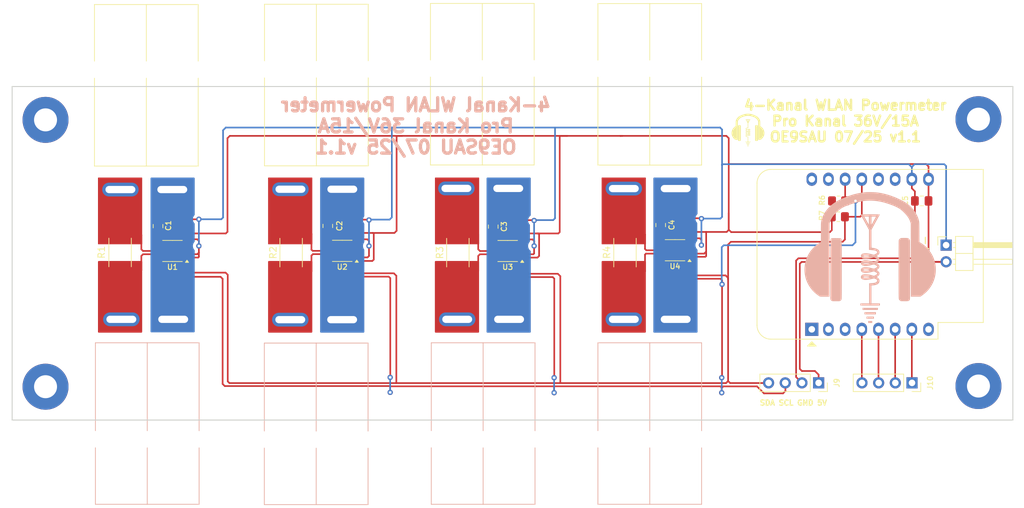
<source format=kicad_pcb>
(kicad_pcb (version 20240108) (generator "pcbnew") (generator_version "8.0")
  (layers (0 "F.Cu" signal) (31 "B.Cu" signal) (34 "B.Paste" user) (35 "F.Paste" user) (36 "B.SilkS" user "B.Silkscreen") (37 "F.SilkS" user "F.Silkscreen") (38 "B.Mask" user) (39 "F.Mask" user) (44 "Edge.Cuts" user))
  (net 0 "")
  (net 2 "Net-(J1-Pin_1)")
  (net 3 "+5V")
  (net 4 "GND")
  (net 5 "Net-(J2-Pin_1)")
  (net 6 "Net-(J9-Pin_4)")
  (net 7 "Net-(J9-Pin_3)")
  (net 9 "Net-(J3-Pin_1)")
  (net 10 "Net-(J4-Pin_1)")
  (net 11 "Net-(J5-Pin_1)")
  (net 12 "Net-(J6-Pin_1)")
  (net 13 "Net-(J7-Pin_1)")
  (net 14 "Net-(J8-Pin_1)")
  (net 15 "unconnected-(U4-~{Alert}-Pad3)")
  (net 20 "Net-(J10-Pin_3)")
  (net 23 "Net-(J10-Pin_1)")
  (net 24 "Net-(J10-Pin_2)")
  (net 25 "Net-(J10-Pin_4)")
  (net 26 "+3.3V")
  (net 29 "Net-(J1-Pin_2)")
  (net 30 "Net-(J3-Pin_2)")
  (net 31 "Net-(J5-Pin_2)")
  (net 32 "Net-(J7-Pin_2)")
  (footprint "Connector_Anderson:PowerPole_PP45_1336G1_1x2_Horizontal" (layer "F.Cu") (at 113.4999 79.1464)
    (property "Reference" "J3" (hide yes))
    (property "Value" "Conn_01x02")
  )
  (footprint "MountingHole:MountingHole_3.5mm_Pad" (layer "F.Cu") (at 76.2 68.58)
    (property "Reference" "H1" (hide yes))
    (property "Value" "MountingHole_Pad")
  )
  (footprint "Capacitor_SMD:C_0805_2012Metric_Pad1.18x1.45mm_HandSolder" (layer "F.Cu") (at 144.3863 84.8399 90)
    (property "Reference" "C3")
    (property "Value" "100nF")
  )
  (footprint "Connector_PinHeader_2.54mm:PinHeader_1x02_P2.54mm_Horizontal" (layer "F.Cu") (at 213.36 87.6554)
    (property "Reference" "J11" (hide yes))
    (property "Value" "Conn_01x02_Pin")
  )
  (footprint "Package_SO:VSSOP-10_3x3mm_P0.5mm" (layer "F.Cu") (at 95.5323 88.5444 180)
    (property "Reference" "U1")
    (property "Value" "INA226")
  )
  (footprint "Resistor_SMD:R_2512_6332Metric_Pad1.40x3.35mm_HandSolder" (layer "F.Cu") (at 87.5538 88.775 -90)
    (property "Reference" "R1")
    (property "Value" "R002")
  )
  (footprint "MountingHole:MountingHole_3.5mm_Pad" (layer "F.Cu") (at 218.2876 68.4784)
    (property "Reference" "H3" (hide yes))
    (property "Value" "MountingHole_Pad")
  )
  (footprint "Resistor_SMD:R_2512_6332Metric_Pad1.40x3.35mm_HandSolder" (layer "F.Cu") (at 164.4523 88.7984 -90)
    (property "Reference" "R4")
    (property "Value" "R002")
  )
  (footprint "LOGO" (layer "F.Cu") (at 183.1848 70.1294)
    (property "Reference" "G0" (hide yes))
    (property "Value" "LOGO" (hide yes))
  )
  (footprint "MountingHole:MountingHole_3.5mm_Pad" (layer "F.Cu") (at 76.2 109.22)
    (property "Reference" "H2" (hide yes))
    (property "Value" "MountingHole_Pad")
  )
  (footprint "Capacitor_SMD:C_0805_2012Metric_Pad1.18x1.45mm_HandSolder" (layer "F.Cu") (at 93.3323 84.7637 90)
    (property "Reference" "C1")
    (property "Value" "100nF")
  )
  (footprint "MountingHole:MountingHole_3.5mm_Pad" (layer "F.Cu") (at 218.2876 109.1184)
    (property "Reference" "H4" (hide yes))
    (property "Value" "MountingHole_Pad")
  )
  (footprint "Module:WEMOS_D1_mini_light" (layer "F.Cu") (at 192.9003 100.4824 90)
    (property "Reference" "U5" (hide yes))
    (property "Value" "WeMos_D1_mini")
  )
  (footprint "Resistor_SMD:R_0805_2012Metric_Pad1.20x1.40mm_HandSolder" (layer "F.Cu") (at 196.9803 80.9244)
    (property "Reference" "R6")
    (property "Value" "4k7")
  )
  (footprint "Resistor_SMD:R_2512_6332Metric_Pad1.40x3.35mm_HandSolder" (layer "F.Cu") (at 139.0015 88.8004 -90)
    (property "Reference" "R3")
    (property "Value" "R002")
  )
  (footprint "Capacitor_SMD:C_0805_2012Metric_Pad1.18x1.45mm_HandSolder" (layer "F.Cu") (at 119.1895 84.7344 90)
    (property "Reference" "C2")
    (property "Value" "100nF")
  )
  (footprint "Capacitor_SMD:C_0805_2012Metric_Pad1.18x1.45mm_HandSolder" (layer "F.Cu") (at 169.8879 84.6008 90)
    (property "Reference" "C4")
    (property "Value" "100nF")
  )
  (footprint "Package_SO:VSSOP-10_3x3mm_P0.5mm" (layer "F.Cu") (at 121.3895 88.5284 180)
    (property "Reference" "U2")
    (property "Value" "INA226")
  )
  (footprint "Connector_Anderson:PowerPole_PP45_1336G1_1x2_Horizontal" (layer "F.Cu") (at 138.7723 79.0194)
    (property "Reference" "J5" (hide yes))
    (property "Value" "Conn_01x02")
  )
  (footprint "Resistor_SMD:R_2512_6332Metric_Pad1.40x3.35mm_HandSolder" (layer "F.Cu") (at 113.6015 88.7964 -90)
    (property "Reference" "R2")
    (property "Value" "R002")
  )
  (footprint "Capacitor_SMD:C_0805_2012Metric_Pad1.18x1.45mm_HandSolder" (layer "F.Cu") (at 209.6428 80.9244 180)
    (property "Reference" "C5")
    (property "Value" "1uF")
  )
  (footprint "Connector_PinSocket_2.54mm:PinSocket_1x04_P2.54mm_Vertical" (layer "F.Cu") (at 193.9417 108.6358 -90)
    (property "Reference" "J9")
    (property "Value" "Conn_01x04_Socket")
  )
  (footprint "Resistor_SMD:R_0805_2012Metric_Pad1.20x1.40mm_HandSolder" (layer "F.Cu") (at 196.9483 83.3374)
    (property "Reference" "R7")
    (property "Value" "4k7")
  )
  (footprint "Connector_Anderson:PowerPole_PP45_1336G1_1x2_Horizontal" (layer "F.Cu") (at 87.6043 79.1944)
    (property "Reference" "J1" (hide yes))
    (property "Value" "Conn_01x02")
  )
  (footprint "Package_SO:VSSOP-10_3x3mm_P0.5mm" (layer "F.Cu") (at 146.5863 88.5524 180)
    (property "Reference" "U3")
    (property "Value" "INA226")
  )
  (footprint "Connector_PinSocket_2.54mm:PinSocket_1x04_P2.54mm_Vertical" (layer "F.Cu") (at 208.1657 108.6358 -90)
    (property "Reference" "J10")
    (property "Value" "Conn_01x04_Socket")
  )
  (footprint "Connector_Anderson:PowerPole_PP45_1336G1_1x2_Horizontal" (layer "F.Cu") (at 164.2739 79.0448)
    (property "Reference" "J7" (hide yes))
    (property "Value" "Conn_01x02")
  )
  (footprint "Package_SO:VSSOP-10_3x3mm_P0.5mm" (layer "F.Cu") (at 172.0723 88.4334 180)
    (property "Reference" "U4")
    (property "Value" "INA226")
  )
  (footprint "Connector_Anderson:PowerPole_PP45_1336G1_1x2_Horizontal" (layer "B.Cu") (at 138.8993 98.9584)
    (property "Reference" "J6" (hide yes))
    (property "Value" "Conn_01x02")
  )
  (footprint "LOGO" (layer "B.Cu") (at 201.7903 89.5374 180)
    (property "Reference" "G1" (hide yes))
    (property "Value" "LOGO" (hide yes))
  )
  (footprint "Connector_Anderson:PowerPole_PP45_1336G1_1x2_Horizontal" (layer "B.Cu") (at 113.4739 99.0092)
    (property "Reference" "J4" (hide yes))
    (property "Value" "Conn_01x02")
  )
  (footprint "Connector_Anderson:PowerPole_PP45_1336G1_1x2_Horizontal" (layer "B.Cu") (at 87.7443 98.9584)
    (property "Reference" "J2" (hide yes))
    (property "Value" "Conn_01x02")
  )
  (footprint "Connector_Anderson:PowerPole_PP45_1336G1_1x2_Horizontal" (layer "B.Cu") (at 164.2739 98.9584)
    (property "Reference" "J8" (hide yes))
    (property "Value" "Conn_01x02")
  )
  (gr_line (start 223.52 63.5) (end 71.12 63.5) (stroke (width 0.15)) (layer "Edge.Cuts"))
  (gr_line (start 223.52 114.3) (end 223.52 63.5) (stroke (width 0.15)) (layer "Edge.Cuts"))
  (gr_line (start 71.12 63.5) (end 71.12 114.3) (stroke (width 0.15)) (layer "Edge.Cuts"))
  (gr_line (start 71.12 114.3) (end 223.52 114.3) (stroke (width 0.15)) (layer "Edge.Cuts"))
  (gr_text "4-Kanal WLAN Powermeter\nPro Kanal 36V/15A\nOE9SAU 07/25 v1.1" (at 132.588 73.914 0) (layer "B.SilkS") (effects (font (size 2 2) (thickness 0.5) (bold yes)) (justify bottom mirror)))
  (gr_text "4-Kanal WLAN Powermeter\nPro Kanal 36V/15A\nOE9SAU 07/25 v1.1" (at 198.0184 72.0598 0) (layer "F.SilkS") (effects (font (size 1.5 1.5) (thickness 0.375) (bold yes)) (justify bottom)))
  (gr_text "+5V-" (at 210.82 88.773 90) (layer "F.SilkS") (effects (font (size 1.2 1.2) (thickness 0.2) (bold yes)) (justify bottom)))
  (gr_text "SDA SCL GND 5V" (at 190.1063 112.141 0) (layer "F.SilkS") (effects (font (size 0.8 0.8) (thickness 0.2) (bold yes)) (justify bottom)))
  (segment (start 91.0463 88.5444) (end 90.7923 88.2904) (width 0.25) (layer "F.Cu") (net 2))
  (segment (start 90.7923 88.2904) (end 90.7923 86.1314) (width 0.25) (layer "F.Cu") (net 2))
  (segment (start 94.6023 88.7984) (end 94.6023 89.3064) (width 0.25) (layer "F.Cu") (net 2))
  (segment (start 90.4093 85.7484) (end 87.7443 85.7484) (width 0.25) (layer "F.Cu") (net 2))
  (segment (start 94.3483 88.5444) (end 94.6023 88.7984) (width 0.25) (layer "F.Cu") (net 2))
  (segment (start 94.6023 89.3064) (end 94.3643 89.5444) (width 0.25) (layer "F.Cu") (net 2))
  (segment (start 90.7923 86.1314) (end 90.4093 85.7484) (width 0.25) (layer "F.Cu") (net 2))
  (segment (start 93.3323 88.5444) (end 91.0463 88.5444) (width 0.25) (layer "F.Cu") (net 2))
  (segment (start 93.3323 88.5444) (end 94.3483 88.5444) (width 0.25) (layer "F.Cu") (net 2))
  (segment (start 90.17 79.69) (end 90.03 79.55) (width 0.25) (layer "F.Cu") (net 2))
  (segment (start 94.3643 89.5444) (end 93.3323 89.5444) (width 0.25) (layer "F.Cu") (net 2))
  (segment (start 103.9114 85.6234) (end 103.6574 85.8774) (width 0.25) (layer "F.Cu") (net 3))
  (segment (start 163.7411 71.0184) (end 104.267 71.0184) (width 0.25) (layer "F.Cu") (net 3))
  (segment (start 180.2511 85.3059) (end 180.2511 82.7971) (width 0.25) (layer "F.Cu") (net 3))
  (segment (start 195.9483 83.3374) (end 195.9483 85.3821) (width 0.25) (layer "F.Cu") (net 3))
  (segment (start 191.0715 90.5002) (end 191.3509 90.2208) (width 0.25) (layer "F.Cu") (net 3))
  (segment (start 129.3368 85.8012) (end 119.5451 85.8012) (width 0.25) (layer "F.Cu") (net 3))
  (segment (start 180.2511 75.3364) (end 180.2511 71.374) (width 0.25) (layer "F.Cu") (net 3))
  (segment (start 155.6893 71.0184) (end 154.7114 71.0184) (width 0.25) (layer "F.Cu") (net 3))
  (segment (start 104.267 71.0184) (end 103.9114 71.374) (width 0.25) (layer "F.Cu") (net 3))
  (segment (start 180.2511 85.344) (end 180.2511 82.7971) (width 0.25) (layer "F.Cu") (net 3))
  (segment (start 193.3829 106.8324) (end 191.4017 106.8324) (width 0.25) (layer "F.Cu") (net 3))
  (segment (start 130.5433 71.0184) (end 129.8702 71.0184) (width 0.25) (layer "F.Cu") (net 3))
  (segment (start 195.9803 83.3054) (end 195.9483 83.3374) (width 0.25) (layer "F.Cu") (net 3))
  (segment (start 195.6562 85.6742) (end 180.6194 85.6742) (width 0.25) (layer "F.Cu") (net 3))
  (segment (start 176.5126 88.9508) (end 176.8174 88.646) (width 0.25) (layer "F.Cu") (net 3))
  (segment (start 122.2883 89.8144) (end 122.5423 90.0684) (width 0.25) (layer "F.Cu") (net 3))
  (segment (start 148.7863 89.5524) (end 151.1253 89.5524) (width 0.25) (layer "F.Cu") (net 3))
  (segment (start 125.9713 90.0684) (end 126.1883 89.8514) (width 0.25) (layer "F.Cu") (net 3))
  (segment (start 144.3863 85.8774) (end 144.3863 87.5524) (width 0.25) (layer "F.Cu") (net 3))
  (segment (start 154.5082 71.0184) (end 154.5082 85.6742) (width 0.25) (layer "F.Cu") (net 3))
  (segment (start 169.8879 87.3604) (end 169.8723 87.376) (width 0.25) (layer "F.Cu") (net 3))
  (segment (start 164.0713 71.0184) (end 163.7411 71.0184) (width 0.25) (layer "F.Cu") (net 3))
  (segment (start 209.55 90.2208) (end 213.3346 90.2208) (width 0.25) (layer "F.Cu") (net 3))
  (segment (start 213.3346 90.2208) (end 213.36 90.1954) (width 0.25) (layer "F.Cu") (net 3))
  (segment (start 193.9417 108.6358) (end 193.9417 107.3912) (width 0.25) (layer "F.Cu") (net 3))
  (segment (start 169.8879 85.6383) (end 169.8984 85.6488) (width 0.25) (layer "F.Cu") (net 3))
  (segment (start 191.3509 90.2208) (end 209.55 90.2208) (width 0.25) (layer "F.Cu") (net 3))
  (segment (start 123.5895 89.0284) (end 122.5663 89.0284) (width 0.25) (layer "F.Cu") (net 3))
  (segment (start 119.4065 86.0068) (end 119.1895 86.2238) (width 0.25) (layer "F.Cu") (net 3))
  (segment (start 191.0715 106.5022) (end 191.0715 90.5002) (width 0.25) (layer "F.Cu") (net 3))
  (segment (start 169.8984 85.6488) (end 179.9463 85.6488) (width 0.25) (layer "F.Cu") (net 3))
  (segment (start 103.9114 71.374) (end 103.9114 85.6234) (width 0.25) (layer "F.Cu") (net 3))
  (segment (start 179.9463 85.6488) (end 180.2511 85.344) (width 0.25) (layer "F.Cu") (net 3))
  (segment (start 154.305 85.8774) (end 151.0411 85.8774) (width 0.25) (layer "F.Cu") (net 3))
  (segment (start 210.6803 80.9244) (end 210.6803 89.7763) (width 0.25) (layer "F.Cu") (net 3))
  (segment (start 174.3405 89.4334) (end 176.6951 89.4334) (width 0.25) (layer "F.Cu") (net 3))
  (segment (start 180.2765 75.311) (end 180.2511 75.3364) (width 0.25) (layer "F.Cu") (net 3))
  (segment (start 179.8955 71.0184) (end 163.7411 71.0184) (width 0.25) (layer "F.Cu") (net 3))
  (segment (start 193.9417 107.3912) (end 193.3829 106.8324) (width 0.25) (layer "F.Cu") (net 3))
  (segment (start 210.312 75.311) (end 180.2765 75.311) (width 0.25) (layer "F.Cu") (net 3))
  (segment (start 122.5423 90.0684) (end 125.9713 90.0684) (width 0.25) (layer "F.Cu") (net 3))
  (segment (start 151.2443 85.8774) (end 144.8943 85.8774) (width 0.25) (layer "F.Cu") (net 3))
  (segment (start 169.8879 85.6383) (end 169.8879 87.3604) (width 0.25) (layer "F.Cu") (net 3))
  (segment (start 210.6803 75.6793) (end 210.312 75.311) (width 0.25) (layer "F.Cu") (net 3))
  (segment (start 195.9483 85.3821) (end 195.6562 85.6742) (width 0.25) (layer "F.Cu") (net 3))
  (segment (start 176.6951 89.4334) (end 176.8174 89.3111) (width 0.25) (layer "F.Cu") (net 3))
  (segment (start 176.8174 89.3111) (end 176.8174 88.646) (width 0.25) (layer "F.Cu") (net 3))
  (segment (start 180.2511 71.374) (end 179.8955 71.0184) (width 0.25) (layer "F.Cu") (net 3))
  (segment (start 103.6574 85.8774) (end 93.7133 85.8774) (width 0.25) (layer "F.Cu") (net 3))
  (segment (start 122.2883 89.3064) (end 122.2883 89.8144) (width 0.25) (layer "F.Cu") (net 3))
  (segment (start 151.3713 89.3064) (end 151.3713 86.0044) (width 0.25) (layer "F.Cu") (net 3))
  (segment (start 174.3471 88.9508) (end 176.5126 88.9508) (width 0.25) (layer "F.Cu") (net 3))
  (segment (start 191.4017 106.8324) (end 191.0715 106.5022) (width 0.25) (layer "F.Cu") (net 3))
  (segment (start 129.667 85.471) (end 129.3368 85.8012) (width 0.25) (layer "F.Cu") (net 3))
  (segment (start 180.2511 82.7971) (end 180.2511 75.3364) (width 0.25) (layer "F.Cu") (net 3))
  (segment (start 154.5082 85.6742) (end 154.305 85.8774) (width 0.25) (layer "F.Cu") (net 3))
  (segment (start 151.1253 89.5524) (end 151.3713 89.3064) (width 0.25) (layer "F.Cu") (net 3))
  (segment (start 209.55 90.2208) (end 210.2739 90.2208) (width 0.25) (layer "F.Cu") (net 3))
  (segment (start 176.8174 88.646) (end 176.8174 85.6695) (width 0.25) (layer "F.Cu") (net 3))
  (segment (start 195.9803 80.9244) (end 195.9803 83.3054) (width 0.25) (layer "F.Cu") (net 3))
  (segment (start 210.6803 89.7763) (end 211.0994 90.1954) (width 0.25) (layer "F.Cu") (net 3))
  (segment (start 176.8174 85.6695) (end 176.7967 85.6488) (width 0.25) (layer "F.Cu") (net 3))
  (segment (start 210.6803 77.6224) (end 210.6803 80.9244) (width 0.25) (layer "F.Cu") (net 3))
  (segment (start 180.6194 85.6742) (end 180.2511 85.3059) (width 0.25) (layer "F.Cu") (net 3))
  (segment (start 129.667 71.0184) (end 129.667 85.471) (width 0.25) (layer "F.Cu") (net 3))
  (segment (start 93.7133 85.8774) (end 93.3323 86.2584) (width 0.25) (layer "F.Cu") (net 3))
  (segment (start 151.3713 86.0044) (end 151.2443 85.8774) (width 0.25) (layer "F.Cu") (net 3))
  (segment (start 211.0994 90.1954) (end 213.36 90.1954) (width 0.25) (layer "F.Cu") (net 3))
  (segment (start 119.1895 86.2238) (end 119.1895 87.5098) (width 0.25) (layer "F.Cu") (net 3))
  (segment (start 126.1883 89.8514) (end 126.1883 85.942) (width 0.25) (layer "F.Cu") (net 3))
  (segment (start 126.0475 85.8012) (end 125.9967 85.8012) (width 0.25) (layer "F.Cu") (net 3))
  (segment (start 122.5663 89.0284) (end 122.2883 89.3064) (width 0.25) (layer "F.Cu") (net 3))
  (segment (start 169.8723 86.1431) (end 169.8879 86.1275) (width 0.25) (layer "F.Cu") (net 3))
  (segment (start 210.6803 77.6224) (end 210.6803 75.6793) (width 0.25) (layer "F.Cu") (net 3))
  (segment (start 93.3323 86.2584) (end 93.3323 87.5444) (width 0.25) (layer "F.Cu") (net 3))
  (segment (start 170.9307 87.9334) (end 171.0817 87.7824) (width 0.25) (layer "F.Cu") (net 4))
  (segment (start 119.2403 83.777) (end 125.3363 83.777) (width 0.25) (layer "F.Cu") (net 4))
  (segment (start 120.4087 87.884) (end 120.4087 87.0291) (width 0.25) (layer "F.Cu") (net 4))
  (segment (start 99.5553 88.7984) (end 99.5553 87.7824) (width 0.25) (layer "F.Cu") (net 4))
  (segment (start 150.4823 89.0524) (end 150.6093 88.9254) (width 0.25) (layer "F.Cu") (net 4))
  (segment (start 169.9039 87.9334) (end 170.9307 87.9334) (width 0.25) (layer "F.Cu") (net 4))
  (segment (start 94.5515 87.9348) (end 94.5515 86.9188) (width 0.25) (layer "F.Cu") (net 4))
  (segment (start 190.8683 89.662) (end 190.5127 90.0176) (width 0.25) (layer "F.Cu") (net 4))
  (segment (start 125.218 86.7751) (end 125.4633 87.0204) (width 0.25) (layer "F.Cu") (net 4))
  (segment (start 99.3093 89.0444) (end 99.5553 88.7984) (width 0.25) (layer "F.Cu") (net 4))
  (segment (start 176.0855 86.868) (end 176.0855 87.63) (width 0.25) (layer "F.Cu") (net 4))
  (segment (start 208.1403 79.0067) (end 208.6053 79.4717) (width 0.25) (layer "F.Cu") (net 4))
  (segment (start 120.2396 88.0531) (end 120.4087 87.884) (width 0.25) (layer "F.Cu") (net 4))
  (segment (start 150.6347 87.0458) (end 150.6347 87.8078) (width 0.25) (layer "F.Cu") (net 4))
  (segment (start 94.5515 86.9188) (end 94.7039 86.7664) (width 0.25) (layer "F.Cu") (net 4))
  (segment (start 94.7039 86.7664) (end 99.3013 86.7664) (width 0.25) (layer "F.Cu") (net 4))
  (segment (start 171.2341 86.614) (end 175.8315 86.614) (width 0.25) (layer "F.Cu") (net 4))
  (segment (start 144.3863 83.8532) (end 150.4823 83.8532) (width 0.25) (layer "F.Cu") (net 4))
  (segment (start 120.6627 86.7751) (end 125.218 86.7751) (width 0.25) (layer "F.Cu") (net 4))
  (segment (start 99.3013 86.7664) (end 99.5553 87.0204) (width 0.25) (layer "F.Cu") (net 4))
  (segment (start 125.4633 87.0204) (end 125.4633 87.7824) (width 0.25) (layer "F.Cu") (net 4))
  (segment (start 119.1387 88.0531) (end 120.2396 88.0531) (width 0.25) (layer "F.Cu") (net 4))
  (segment (start 171.0817 87.7824) (end 171.0817 86.7664) (width 0.25) (layer "F.Cu") (net 4))
  (segment (start 94.4419 88.0444) (end 94.5515 87.9348) (width 0.25) (layer "F.Cu") (net 4))
  (segment (start 145.5213 88.0698) (end 145.6309 87.9602) (width 0.25) (layer "F.Cu") (net 4))
  (segment (start 176.0416 83.566) (end 176.0924 83.6168) (width 0.25) (layer "F.Cu") (net 4))
  (segment (start 97.7323 89.5444) (end 99.4443 89.5444) (width 0.25) (layer "F.Cu") (net 4))
  (segment (start 208.6053 79.4717) (end 208.6053 80.9244) (width 0.25) (layer "F.Cu") (net 4))
  (segment (start 190.5127 107.7468) (end 191.4017 108.6358) (width 0.25) (layer "F.Cu") (net 4))
  (segment (start 208.3181 89.662) (end 190.8683 89.662) (width 0.25) (layer "F.Cu") (net 4))
  (segment (start 99.4443 89.5444) (end 99.5553 89.4334) (width 0.25) (layer "F.Cu") (net 4))
  (segment (start 208.6053 89.3748) (end 208.3181 89.662) (width 0.25) (layer "F.Cu") (net 4))
  (segment (start 125.4633 87.7824) (end 125.4633 89.3064) (width 0.25) (layer "F.Cu") (net 4))
  (segment (start 99.5553 87.0204) (end 99.5553 87.7824) (width 0.25) (layer "F.Cu") (net 4))
  (segment (start 171.0817 86.7664) (end 171.2341 86.614) (width 0.25) (layer "F.Cu") (net 4))
  (segment (start 208.1403 77.6224) (end 208.1403 79.0067) (width 0.25) (layer "F.Cu") (net 4))
  (segment (start 125.2413 89.5284) (end 123.5895 89.5284) (width 0.25) (layer "F.Cu") (net 4))
  (segment (start 150.6093 88.9254) (end 150.6093 87.7824) (width 0.25) (layer "F.Cu") (net 4))
  (segment (start 208.6053 80.9244) (end 208.6053 89.3748) (width 0.25) (layer "F.Cu") (net 4))
  (segment (start 120.4087 87.0291) (end 120.6627 86.7751) (width 0.25) (layer "F.Cu") (net 4))
  (segment (start 93.3323 88.0444) (end 94.4419 88.0444) (width 0.25) (layer "F.Cu") (net 4))
  (segment (start 175.8315 86.614) (end 176.0855 86.868) (width 0.25) (layer "F.Cu") (net 4))
  (segment (start 150.3807 86.7918) (end 150.6347 87.0458) (width 0.25) (layer "F.Cu") (net 4))
  (segment (start 99.5553 89.4334) (end 99.5553 88.7984) (width 0.25) (layer "F.Cu") (net 4))
  (segment (start 145.6309 87.9602) (end 145.6309 86.9442) (width 0.25) (layer "F.Cu") (net 4))
  (segment (start 169.8879 83.5633) (end 169.8906 83.566) (width 0.25) (layer "F.Cu") (net 4))
  (segment (start 93.3323 83.7262) (end 99.4283 83.7262) (width 0.25) (layer "F.Cu") (net 4))
  (segment (start 145.6309 86.9442) (end 145.7833 86.7918) (width 0.25) (layer "F.Cu") (net 4))
  (segment (start 144.4117 88.0698) (end 145.5213 88.0698) (width 0.25) (layer "F.Cu") (net 4))
  (segment (start 125.4633 89.3064) (end 125.2413 89.5284) (width 0.25) (layer "F.Cu") (net 4))
  (segment (start 169.8906 83.566) (end 176.0416 83.566) (width 0.25) (layer "F.Cu") (net 4))
  (segment (start 190.5127 90.0176) (end 190.5127 107.7468) (width 0.25) (layer "F.Cu") (net 4))
  (segment (start 97.7323 89.0444) (end 99.3093 89.0444) (width 0.25) (layer "F.Cu") (net 4))
  (segment (start 145.7833 86.7918) (end 150.3807 86.7918) (width 0.25) (layer "F.Cu") (net 4))
  (segment (start 148.7863 89.0524) (end 150.4823 89.0524) (width 0.25) (layer "F.Cu") (net 4))
  (via (at 176.0924 87.6554) (size 0.8) (drill 0.4) (layers "F.Cu" "B.Cu") (net 4))
  (via (at 176.0924 83.6168) (size 0.8) (drill 0.4) (layers "F.Cu" "B.Cu") (net 4))
  (via (at 99.5553 83.7184) (size 0.8) (drill 0.4) (layers "F.Cu" "B.Cu") (net 4))
  (via (at 125.4633 83.8278) (size 0.8) (drill 0.4) (layers "F.Cu" "B.Cu") (net 4))
  (via (at 99.5553 87.7824) (size 0.8) (drill 0.4) (layers "F.Cu" "B.Cu") (net 4))
  (via (at 150.6093 83.904) (size 0.8) (drill 0.4) (layers "F.Cu" "B.Cu") (net 4))
  (via (at 150.6093 87.7824) (size 0.8) (drill 0.4) (layers "F.Cu" "B.Cu") (net 4))
  (via (at 125.4633 87.7824) (size 0.8) (drill 0.4) (layers "F.Cu" "B.Cu") (net 4))
  (segment (start 176.0924 83.6168) (end 178.9811 83.6168) (width 0.25) (layer "B.Cu") (net 4))
  (segment (start 99.5553 83.7184) (end 99.5553 87.7824) (width 0.25) (layer "B.Cu") (net 4))
  (segment (start 153.5176 83.8454) (end 153.797 83.566) (width 0.25) (layer "B.Cu") (net 4))
  (segment (start 128.9431 83.4263) (end 128.9431 69.7484) (width 0.25) (layer "B.Cu") (net 4))
  (segment (start 153.797 83.566) (end 153.797 69.9135) (width 0.25) (layer "B.Cu") (net 4))
  (segment (start 128.6002 83.7692) (end 128.9431 83.4263) (width 0.25) (layer "B.Cu") (net 4))
  (segment (start 125.6489 83.7184) (end 125.4633 83.904) (width 0.25) (layer "B.Cu") (net 4))
  (segment (start 176.0924 84.1248) (end 176.0924 83.6168) (width 0.25) (layer "B.Cu") (net 4))
  (segment (start 125.2601 83.7692) (end 128.6002 83.7692) (width 0.25) (layer "B.Cu") (net 4))
  (segment (start 208.5594 75.3364) (end 213.0806 75.3364) (width 0.25) (layer "B.Cu") (net 4))
  (segment (start 179.2351 75.4634) (end 179.2351 70.0532) (width 0.25) (layer "B.Cu") (net 4))
  (segment (start 150.6093 87.9094) (end 150.6093 83.8454) (width 0.25) (layer "B.Cu") (net 4))
  (segment (start 178.9303 69.7484) (end 103.6574 69.7484) (width 0.25) (layer "B.Cu") (net 4))
  (segment (start 102.9716 83.7184) (end 99.5553 83.7184) (width 0.25) (layer "B.Cu") (net 4))
  (segment (start 178.9811 83.6168) (end 179.2351 83.3628) (width 0.25) (layer "B.Cu") (net 4))
  (segment (start 150.4061 83.8454) (end 153.5176 83.8454) (width 0.25) (layer "B.Cu") (net 4))
  (segment (start 213.0806 75.3364) (end 213.36 75.6158) (width 0.25) (layer "B.Cu") (net 4))
  (segment (start 125.4633 87.9094) (end 125.4633 83.8454) (width 0.25) (layer "B.Cu") (net 4))
  (segment (start 179.2859 75.3364) (end 179.2351 75.3872) (width 0.25) (layer "B.Cu") (net 4))
  (segment (start 103.2383 83.4517) (end 102.9716 83.7184) (width 0.25) (layer "B.Cu") (net 4))
  (segment (start 208.1403 75.7936) (end 208.1403 75.7555) (width 0.25) (layer "B.Cu") (net 4))
  (segment (start 103.2383 70.1675) (end 103.2383 83.4517) (width 0.25) (layer "B.Cu") (net 4))
  (segment (start 176.0924 83.6168) (end 176.0924 87.6554) (width 0.25) (layer "B.Cu") (net 4))
  (segment (start 213.36 75.6158) (end 213.36 87.6554) (width 0.25) (layer "B.Cu") (net 4))
  (segment (start 179.2351 83.3628) (end 179.2351 75.4634) (width 0.25) (layer "B.Cu") (net 4))
  (segment (start 179.2351 70.0532) (end 178.9303 69.7484) (width 0.25) (layer "B.Cu") (net 4))
  (segment (start 103.6574 69.7484) (end 103.2383 70.1675) (width 0.25) (layer "B.Cu") (net 4))
  (segment (start 207.6831 75.3364) (end 179.2859 75.3364) (width 0.25) (layer "B.Cu") (net 4))
  (segment (start 208.1403 77.6224) (end 208.1403 75.7936) (width 0.25) (layer "B.Cu") (net 4))
  (segment (start 208.1403 75.7555) (end 208.5594 75.3364) (width 0.25) (layer "B.Cu") (net 4))
  (segment (start 179.2351 75.3872) (end 179.2351 75.4634) (width 0.25) (layer "B.Cu") (net 4))
  (segment (start 208.1403 75.7936) (end 207.6831 75.3364) (width 0.25) (layer "B.Cu") (net 4))
  (segment (start 90.7923 91.4654) (end 90.7923 89.3064) (width 0.25) (layer "F.Cu") (net 5))
  (segment (start 90.4093 91.8484) (end 90.7923 91.4654) (width 0.25) (layer "F.Cu") (net 5))
  (segment (start 87.7443 91.8484) (end 90.4093 91.8484) (width 0.25) (layer "F.Cu") (net 5))
  (segment (start 91.0543 89.0444) (end 93.3323 89.0444) (width 0.25) (layer "F.Cu") (net 5))
  (segment (start 90.7923 89.3064) (end 91.0543 89.0444) (width 0.25) (layer "F.Cu") (net 5))
  (segment (start 146.8311 88.0808) (end 148.6991 88.0808) (width 0.25) (layer "F.Cu") (net 6))
  (segment (start 154.6043 108.6104) (end 154.6043 92.398) (width 0.25) (layer "F.Cu") (net 6))
  (segment (start 172.4715 92.271) (end 172.2065 92.006) (width 0.25) (layer "F.Cu") (net 6))
  (segment (start 197.9483 83.3374) (end 197.9483 86.7984) (width 0.25) (layer "F.Cu") (net 6))
  (segment (start 180.5813 87.1474) (end 180.1567 87.572) (width 0.25) (layer "F.Cu") (net 6))
  (segment (start 104.2107 108.6684) (end 103.9495 108.4072) (width 0.25) (layer "F.Cu") (net 6))
  (segment (start 95.8723 88.4174) (end 96.2453 88.0444) (width 0.25) (layer "F.Cu") (net 6))
  (segment (start 129.6289 92.329) (end 129.2479 91.948) (width 0.25) (layer "F.Cu") (net 6))
  (segment (start 146.6541 88.2578) (end 146.8311 88.0808) (width 0.25) (layer "F.Cu") (net 6))
  (segment (start 129.6035 108.6684) (end 104.2107 108.6684) (width 0.25) (layer "F.Cu") (net 6))
  (segment (start 146.6541 91.7774) (end 146.6541 88.2578) (width 0.25) (layer "F.Cu") (net 6))
  (segment (start 95.8723 91.694) (end 95.8723 88.4174) (width 0.25) (layer "F.Cu") (net 6))
  (segment (start 197.9483 86.7984) (end 197.5993 87.1474) (width 0.25) (layer "F.Cu") (net 6))
  (segment (start 200.5203 77.6224) (end 200.5203 83.0834) (width 0.25) (layer "F.Cu") (net 6))
  (segment (start 200.2663 83.3374) (end 197.9483 83.3374) (width 0.25) (layer "F.Cu") (net 6))
  (segment (start 121.9073 91.948) (end 121.6787 91.7194) (width 0.25) (layer "F.Cu") (net 6))
  (segment (start 129.2479 91.948) (end 121.9073 91.948) (width 0.25) (layer "F.Cu") (net 6))
  (segment (start 180.4615 108.6612) (end 186.0169 108.6612) (width 0.25) (layer "F.Cu") (net 6))
  (segment (start 121.6787 88.1888) (end 121.8557 88.0118) (width 0.25) (layer "F.Cu") (net 6))
  (segment (start 129.6289 108.643) (end 129.6289 92.329) (width 0.25) (layer "F.Cu") (net 6))
  (segment (start 180.1567 108.3564) (end 180.1567 92.8624) (width 0.25) (layer "F.Cu") (net 6))
  (segment (start 154.6043 92.398) (end 154.2233 92.017) (width 0.25) (layer "F.Cu") (net 6))
  (segment (start 180.1567 87.572) (end 180.1567 92.8624) (width 0.25) (layer "F.Cu") (net 6))
  (segment (start 180.1567 108.3564) (end 180.4615 108.6612) (width 0.25) (layer "F.Cu") (net 6))
  (segment (start 103.9495 108.4072) (end 103.9495 92.1766) (width 0.25) (layer "F.Cu") (net 6))
  (segment (start 154.5463 108.6684) (end 154.6043 108.6104) (width 0.25) (layer "F.Cu") (net 6))
  (segment (start 179.8447 108.6684) (end 179.9372 108.5759) (width 0.25) (layer "F.Cu") (net 6))
  (segment (start 180.1567 92.652) (end 179.7757 92.271) (width 0.25) (layer "F.Cu") (net 6))
  (segment (start 129.6035 108.6684) (end 179.8447 108.6684) (width 0.25) (layer "F.Cu") (net 6))
  (segment (start 172.2065 92.006) (end 172.2065 88.207) (width 0.25) (layer "F.Cu") (net 6))
  (segment (start 96.0247 91.8464) (end 95.8723 91.694) (width 0.25) (layer "F.Cu") (net 6))
  (segment (start 172.4801 87.9334) (end 174.2723 87.9334) (width 0.25) (layer "F.Cu") (net 6))
  (segment (start 129.6035 108.6684) (end 129.6289 108.643) (width 0.25) (layer "F.Cu") (net 6))
  (segment (start 96.2453 88.0444) (end 97.7323 88.0444) (width 0.25) (layer "F.Cu") (net 6))
  (segment (start 186.0169 108.6612) (end 186.3471 108.9914) (width 0.25) (layer "F.Cu") (net 6))
  (segment (start 179.7757 92.271) (end 172.4715 92.271) (width 0.25) (layer "F.Cu") (net 6))
  (segment (start 200.5203 83.0834) (end 200.2663 83.3374) (width 0.25) (layer "F.Cu") (net 6))
  (segment (start 197.5993 87.1474) (end 180.5813 87.1474) (width 0.25) (layer "F.Cu") (net 6))
  (segment (start 121.8557 88.0118) (end 123.7237 88.0118) (width 0.25) (layer "F.Cu") (net 6))
  (segment (start 179.9372 108.5759) (end 180.1567 108.3564) (width 0.25) (layer "F.Cu") (net 6))
  (segment (start 103.9495 92.1766) (end 103.6193 91.8464) (width 0.25) (layer "F.Cu") (net 6))
  (segment (start 180.1567 92.8624) (end 180.1567 92.652) (width 0.25) (layer "F.Cu") (net 6))
  (segment (start 103.6193 91.8464) (end 96.0247 91.8464) (width 0.25) (layer "F.Cu") (net 6))
  (segment (start 121.6787 91.7194) (end 121.6787 88.1888) (width 0.25) (layer "F.Cu") (net 6))
  (segment (start 172.2065 88.207) (end 172.4801 87.9334) (width 0.25) (layer "F.Cu") (net 6))
  (segment (start 146.8937 92.017) (end 146.6541 91.7774) (width 0.25) (layer "F.Cu") (net 6))
  (segment (start 154.2233 92.017) (end 146.8937 92.017) (width 0.25) (layer "F.Cu") (net 6))
  (segment (start 95.3643 87.7824) (end 95.3643 92.1004) (width 0.25) (layer "F.Cu") (net 7))
  (segment (start 97.7323 87.5444) (end 95.6023 87.5444) (width 0.25) (layer "F.Cu") (net 7))
  (segment (start 179.2351 93.0148) (end 179.2351 107.7976) (width 0.25) (layer "F.Cu") (net 7))
  (segment (start 171.7565 87.7172) (end 171.7565 92.3798) (width 0.25) (layer "F.Cu") (net 7))
  (segment (start 153.6827 92.7608) (end 153.6827 107.8484) (width 0.25) (layer "F.Cu") (net 7))
  (segment (start 146.5691 87.5808) (end 146.2041 87.9458) (width 0.25) (layer "F.Cu") (net 7))
  (segment (start 146.2041 92.1258) (end 146.6033 92.525) (width 0.25) (layer "F.Cu") (net 7))
  (segment (start 184.5564 109.1692) (end 185.6232 110.236) (width 0.25) (layer "F.Cu") (net 7))
  (segment (start 128.6891 110.0836) (end 128.6891 109.1184) (width 0.25) (layer "F.Cu") (net 7))
  (segment (start 103.4923 109.1184) (end 128.6891 109.1184) (width 0.25) (layer "F.Cu") (net 7))
  (segment (start 121.6279 92.456) (end 128.4715 92.456) (width 0.25) (layer "F.Cu") (net 7))
  (segment (start 146.6033 92.525) (end 153.4469 92.525) (width 0.25) (layer "F.Cu") (net 7))
  (segment (start 153.4469 92.525) (end 153.6827 92.7608) (width 0.25) (layer "F.Cu") (net 7))
  (segment (start 148.6991 87.5808) (end 146.5691 87.5808) (width 0.25) (layer "F.Cu") (net 7))
  (segment (start 128.7073 107.7794) (end 128.6891 107.7976) (width 0.25) (layer "F.Cu") (net 7))
  (segment (start 197.9803 77.6224) (end 197.9803 80.9244) (width 0.25) (layer "F.Cu") (net 7))
  (segment (start 179.1843 109.4105) (end 179.4256 109.1692) (width 0.25) (layer "F.Cu") (net 7))
  (segment (start 173.6435 87.4268) (end 172.0469 87.4268) (width 0.25) (layer "F.Cu") (net 7))
  (segment (start 102.8573 92.4814) (end 103.1693 92.7934) (width 0.25) (layer "F.Cu") (net 7))
  (segment (start 172.0469 87.4268) (end 171.7565 87.7172) (width 0.25) (layer "F.Cu") (net 7))
  (segment (start 121.2287 87.8768) (end 121.2287 92.0568) (width 0.25) (layer "F.Cu") (net 7))
  (segment (start 128.7073 92.6918) (end 128.7073 107.7794) (width 0.25) (layer "F.Cu") (net 7))
  (segment (start 95.7453 92.4814) (end 102.8573 92.4814) (width 0.25) (layer "F.Cu") (net 7))
  (segment (start 179.4256 109.1692) (end 184.5564 109.1692) (width 0.25) (layer "F.Cu") (net 7))
  (segment (start 146.2041 87.9458) (end 146.2041 92.1258) (width 0.25) (layer "F.Cu") (net 7))
  (segment (start 179.1843 109.3724) (end 178.9739 109.162) (width 0.25) (layer "F.Cu") (net 7))
  (segment (start 185.6232 110.236) (end 188.5188 110.236) (width 0.25) (layer "F.Cu") (net 7))
  (segment (start 123.7237 87.5118) (end 121.5937 87.5118) (width 0.25) (layer "F.Cu") (net 7))
  (segment (start 188.5188 110.236) (end 188.8871 109.8677) (width 0.25) (layer "F.Cu") (net 7))
  (segment (start 128.4715 92.456) (end 128.7073 92.6918) (width 0.25) (layer "F.Cu") (net 7))
  (segment (start 103.1693 108.7954) (end 103.4923 109.1184) (width 0.25) (layer "F.Cu") (net 7))
  (segment (start 121.5937 87.5118) (end 121.2287 87.8768) (width 0.25) (layer "F.Cu") (net 7))
  (segment (start 172.1557 92.779) (end 178.9993 92.779) (width 0.25) (layer "F.Cu") (net 7))
  (segment (start 153.6573 110.1344) (end 153.6573 109.1692) (width 0.25) (layer "F.Cu") (net 7))
  (segment (start 197.9803 80.9244) (end 199.5551 80.9244) (width 0.25) (layer "F.Cu") (net 7))
  (segment (start 179.1843 110.1344) (end 179.1843 109.3724) (width 0.25) (layer "F.Cu") (net 7))
  (segment (start 188.8871 109.8677) (end 188.8871 108.9914) (width 0.25) (layer "F.Cu") (net 7))
  (segment (start 173.6689 87.4522) (end 173.6435 87.4268) (width 0.25) (layer "F.Cu") (net 7))
  (segment (start 179.2351 107.7976) (end 179.1843 107.8484) (width 0.25) (layer "F.Cu") (net 7))
  (segment (start 95.6023 87.5444) (end 95.3643 87.7824) (width 0.25) (layer "F.Cu") (net 7))
  (segment (start 178.9993 92.779) (end 179.2351 93.0148) (width 0.25) (layer "F.Cu") (net 7))
  (segment (start 179.1843 110.1344) (end 179.1843 109.4105) (width 0.25) (layer "F.Cu") (net 7))
  (segment (start 171.7565 92.3798) (end 172.1557 92.779) (width 0.25) (layer "F.Cu") (net 7))
  (segment (start 103.1693 92.7934) (end 103.1693 108.7954) (width 0.25) (layer "F.Cu") (net 7))
  (segment (start 121.2287 92.0568) (end 121.6279 92.456) (width 0.25) (layer "F.Cu") (net 7))
  (segment (start 128.7327 109.162) (end 128.6891 109.1184) (width 0.25) (layer "F.Cu") (net 7))
  (segment (start 95.3643 92.1004) (end 95.7453 92.4814) (width 0.25) (layer "F.Cu") (net 7))
  (segment (start 178.9739 109.162) (end 128.7327 109.162) (width 0.25) (layer "F.Cu") (net 7))
  (via (at 199.5551 80.9244) (size 0.8) (drill 0.4) (layers "F.Cu" "B.Cu") (net 7))
  (via (at 179.1843 107.8484) (size 0.8) (drill 0.4) (layers "F.Cu" "B.Cu") (net 7))
  (via (at 153.6573 110.1344) (size 0.8) (drill 0.4) (layers "F.Cu" "B.Cu") (net 7))
  (via (at 153.6573 107.8484) (size 0.8) (drill 0.4) (layers "F.Cu" "B.Cu") (net 7))
  (via (at 128.6891 107.7976) (size 0.8) (drill 0.4) (layers "F.Cu" "B.Cu") (net 7))
  (via (at 128.6891 110.0836) (size 0.8) (drill 0.4) (layers "F.Cu" "B.Cu") (net 7))
  (via (at 179.1843 110.1344) (size 0.8) (drill 0.4) (layers "F.Cu" "B.Cu") (net 7))
  (via (at 179.2351 93.6244) (size 0.8) (drill 0.4) (layers "F.Cu" "B.Cu") (net 7))
  (segment (start 199.0979 87.6808) (end 179.4891 87.6808) (width 0.25) (layer "B.Cu") (net 7))
  (segment (start 179.1843 110.1344) (end 179.1843 107.8484) (width 0.25) (layer "B.Cu") (net 7))
  (segment (start 199.5551 87.2236) (end 199.0979 87.6808) (width 0.25) (layer "B.Cu") (net 7))
  (segment (start 179.1843 93.5736) (end 179.2351 93.6244) (width 0.25) (layer "B.Cu") (net 7))
  (segment (start 153.6573 110.1344) (end 153.6573 107.8484) (width 0.25) (layer "B.Cu") (net 7))
  (segment (start 128.6891 110.0836) (end 128.6891 107.7976) (width 0.25) (layer "B.Cu") (net 7))
  (segment (start 199.5551 80.9244) (end 199.5551 87.2236) (width 0.25) (layer "B.Cu") (net 7))
  (segment (start 179.4891 87.6808) (end 179.1843 87.9856) (width 0.25) (layer "B.Cu") (net 7))
  (segment (start 179.1843 87.9856) (end 179.1843 93.5736) (width 0.25) (layer "B.Cu") (net 7))
  (segment (start 116.4931 85.7464) (end 113.6015 85.7464) (width 0.25) (layer "F.Cu") (net 9))
  (segment (start 116.7003 85.9536) (end 116.4931 85.7464) (width 0.25) (layer "F.Cu") (net 9))
  (segment (start 116.7003 88.3412) (end 116.7003 85.9536) (width 0.25) (layer "F.Cu") (net 9))
  (segment (start 120.2883 89.5284) (end 119.1895 89.5284) (width 0.25) (layer "F.Cu") (net 9))
  (segment (start 120.4595 88.7476) (end 120.4595 89.3572) (width 0.25) (layer "F.Cu") (net 9))
  (segment (start 116.8875 88.5284) (end 116.7003 88.3412) (width 0.25) (layer "F.Cu") (net 9))
  (segment (start 119.1895 88.5284) (end 116.8875 88.5284) (width 0.25) (layer "F.Cu") (net 9))
  (segment (start 120.4595 89.3572) (end 120.2883 89.5284) (width 0.25) (layer "F.Cu") (net 9))
  (segment (start 120.2403 88.5284) (end 120.4595 88.7476) (width 0.25) (layer "F.Cu") (net 9))
  (segment (start 119.1895 88.5284) (end 120.2403 88.5284) (width 0.25) (layer "F.Cu") (net 9))
  (segment (start 116.7003 89.2556) (end 116.9275 89.0284) (width 0.25) (layer "F.Cu") (net 10))
  (segment (start 116.7003 91.6432) (end 116.7003 89.2556) (width 0.25) (layer "F.Cu") (net 10))
  (segment (start 113.6015 91.8464) (end 116.4971 91.8464) (width 0.25) (layer "F.Cu") (net 10))
  (segment (start 116.4971 91.8464) (end 116.7003 91.6432) (width 0.25) (layer "F.Cu") (net 10))
  (segment (start 116.9275 89.0284) (end 119.1895 89.0284) (width 0.25) (layer "F.Cu") (net 10))
  (segment (start 145.6563 89.3064) (end 145.6563 88.7984) (width 0.25) (layer "F.Cu") (net 11))
  (segment (start 142.1003 86.0044) (end 141.8463 85.7504) (width 0.25) (layer "F.Cu") (net 11))
  (segment (start 142.1003 88.2904) (end 142.1003 86.0044) (width 0.25) (layer "F.Cu") (net 11))
  (segment (start 141.8463 85.7504) (end 139.0015 85.7504) (width 0.25) (layer "F.Cu") (net 11))
  (segment (start 145.4103 89.5524) (end 145.6563 89.3064) (width 0.25) (layer "F.Cu") (net 11))
  (segment (start 142.3623 88.5524) (end 142.1003 88.2904) (width 0.25) (layer "F.Cu") (net 11))
  (segment (start 145.6563 88.7984) (end 145.4103 88.5524) (width 0.25) (layer "F.Cu") (net 11))
  (segment (start 144.3863 89.5524) (end 145.4103 89.5524) (width 0.25) (layer "F.Cu") (net 11))
  (segment (start 145.4103 88.5524) (end 144.3863 88.5524) (width 0.25) (layer "F.Cu") (net 11))
  (segment (start 144.3863 88.5524) (end 142.3623 88.5524) (width 0.25) (layer "F.Cu") (net 11))
  (segment (start 142.1003 91.5924) (end 141.8423 91.8504) (width 0.25) (layer "F.Cu") (net 12))
  (segment (start 144.3863 89.0524) (end 142.3543 89.0524) (width 0.25) (layer "F.Cu") (net 12))
  (segment (start 142.1003 89.3064) (end 142.1003 91.5924) (width 0.25) (layer "F.Cu") (net 12))
  (segment (start 141.8423 91.8504) (end 139.0015 91.8504) (width 0.25) (layer "F.Cu") (net 12))
  (segment (start 142.3543 89.0524) (end 142.1003 89.3064) (width 0.25) (layer "F.Cu") (net 12))
  (segment (start 167.1935 85.7484) (end 164.4523 85.7484) (width 0.25) (layer "F.Cu") (net 13))
  (segment (start 170.9039 89.4588) (end 169.9739 89.4588) (width 0.25) (layer "F.Cu") (net 13))
  (segment (start 171.1071 89.2556) (end 170.9039 89.4588) (width 0.25) (layer "F.Cu") (net 13))
  (segment (start 169.9579 88.4428) (end 170.9039 88.4428) (width 0.25) (layer "F.Cu") (net 13))
  (segment (start 167.5003 86.0552) (end 167.1935 85.7484) (width 0.25) (layer "F.Cu") (net 13))
  (segment (start 170.9039 88.4428) (end 171.1071 88.646) (width 0.25) (layer "F.Cu") (net 13))
  (segment (start 167.7035 88.4428) (end 167.5003 88.2396) (width 0.25) (layer "F.Cu") (net 13))
  (segment (start 167.5003 88.2396) (end 167.5003 86.0552) (width 0.25) (layer "F.Cu") (net 13))
  (segment (start 171.1071 88.646) (end 171.1071 89.2556) (width 0.25) (layer "F.Cu") (net 13))
  (segment (start 169.8055 88.4428) (end 167.7035 88.4428) (width 0.25) (layer "F.Cu") (net 13))
  (segment (start 167.5003 89.1032) (end 167.5003 91.6432) (width 0.25) (layer "F.Cu") (net 14))
  (segment (start 167.6527 88.9508) (end 167.5003 89.1032) (width 0.25) (layer "F.Cu") (net 14))
  (segment (start 167.5003 91.6432) (end 167.2951 91.8484) (width 0.25) (layer "F.Cu") (net 14))
  (segment (start 169.7975 88.9508) (end 167.6527 88.9508) (width 0.25) (layer "F.Cu") (net 14))
  (segment (start 167.2951 91.8484) (end 164.4523 91.8484) (width 0.25) (layer "F.Cu") (net 14))
  (segment (start 174.1599 88.4084) (end 174.1689 88.4174) (width 0.25) (layer "F.Cu") (net 15))
  (segment (start 203.0603 100.4824) (end 203.0603 108.6104) (width 0.25) (layer "F.Cu") (net 20))
  (segment (start 203.0603 108.6104) (end 203.0857 108.6358) (width 0.25) (layer "F.Cu") (net 20))
  (segment (start 208.1403 108.6104) (end 208.1657 108.6358) (width 0.25) (layer "F.Cu") (net 23))
  (segment (start 208.1403 100.4824) (end 208.1403 108.6104) (width 0.25) (layer "F.Cu") (net 23))
  (segment (start 205.6003 108.6104) (end 205.6257 108.6358) (width 0.25) (layer "F.Cu") (net 24))
  (segment (start 205.6003 100.4824) (end 205.6003 108.6104) (width 0.25) (layer "F.Cu") (net 24))
  (segment (start 200.5203 100.4824) (end 200.5203 108.6104) (width 0.25) (layer "F.Cu") (net 25))
  (segment (start 200.5203 108.6104) (end 200.5457 108.6358) (width 0.25) (layer "F.Cu") (net 25))
  (zone (net 2) (net_name "Net-(J1-Pin_1)") (layer "F.Cu") (priority 1) (connect_pads yes (clearance 0)) (min_thickness 0.1) (fill yes (thermal_gap 0.1) (thermal_bridge_width 0.1) (island_removal_mode 1) (island_area_min 10))
    (polygon (pts (xy 84.1883 77.3684) (xy 84.1883 87.5284) (xy 90.9193 87.5284) (xy 90.9193 77.3684)))
  )
  (zone (net 14) (net_name "Net-(J8-Pin_1)") (layer "F.Cu") (priority 2) (connect_pads yes (clearance 0.508)) (min_thickness 0.25) (fill yes (thermal_gap 0.5) (thermal_bridge_width 0.5) (island_removal_mode 1) (island_area_min 10))
    (polygon (pts (xy 160.8963 90.0684) (xy 160.8963 100.9904) (xy 167.6273 100.9904) (xy 167.6273 90.0684)))
  )
  (zone (net 12) (net_name "Net-(J6-Pin_1)") (layer "F.Cu") (priority 2) (connect_pads yes (clearance 0.508)) (min_thickness 0.25) (fill yes (thermal_gap 0.5) (thermal_bridge_width 0.5) (island_removal_mode 1) (island_area_min 10))
    (polygon (pts (xy 135.4963 90.0684) (xy 135.4963 100.9904) (xy 142.2273 100.9904) (xy 142.2273 90.0684)))
  )
  (zone (net 9) (net_name "Net-(J3-Pin_1)") (layer "F.Cu") (priority 1) (connect_pads yes (clearance 0)) (min_thickness 0.1) (fill yes (thermal_gap 0.1) (thermal_bridge_width 0.1) (island_removal_mode 1) (island_area_min 10))
    (polygon (pts (xy 110.0963 77.3684) (xy 110.0963 87.5284) (xy 116.8273 87.5284) (xy 116.8273 77.3684)))
  )
  (zone (net 13) (net_name "Net-(J7-Pin_1)") (layer "F.Cu") (priority 1) (connect_pads yes (clearance 0)) (min_thickness 0.1) (fill yes (thermal_gap 0.1) (thermal_bridge_width 0.1) (island_removal_mode 1) (island_area_min 10))
    (polygon (pts (xy 160.8963 77.3684) (xy 160.8963 87.5284) (xy 167.6273 87.5284) (xy 167.6273 77.3684)))
  )
  (zone (net 11) (net_name "Net-(J5-Pin_1)") (layer "F.Cu") (priority 1) (connect_pads yes (clearance 0)) (min_thickness 0.1) (fill yes (thermal_gap 0.1) (thermal_bridge_width 0.1) (island_removal_mode 1) (island_area_min 10))
    (polygon (pts (xy 135.509 77.3684) (xy 135.509 87.5284) (xy 142.24 87.5284) (xy 142.24 77.3684)))
  )
  (zone (net 5) (net_name "Net-(J2-Pin_1)") (layer "F.Cu") (priority 2) (connect_pads yes (clearance 0.508)) (min_thickness 0.25) (fill yes (thermal_gap 0.5) (thermal_bridge_width 0.5) (island_removal_mode 1) (island_area_min 10))
    (polygon (pts (xy 84.1883 90.0684) (xy 84.1883 100.9904) (xy 90.9193 100.9904) (xy 90.9193 90.0684)))
  )
  (zone (net 10) (net_name "Net-(J4-Pin_1)") (layer "F.Cu") (priority 2) (connect_pads yes (clearance 0.508)) (min_thickness 0.25) (fill yes (thermal_gap 0.5) (thermal_bridge_width 0.5) (island_removal_mode 1) (island_area_min 10))
    (polygon (pts (xy 110.0963 90.0684) (xy 110.0963 100.9904) (xy 116.8273 100.9904) (xy 116.8273 90.0684)))
  )
  (zone (net 29) (net_name "Net-(J1-Pin_2)") (layer "B.Cu") (connect_pads (clearance 0.508)) (min_thickness 0.25) (fill yes (thermal_gap 0.5) (thermal_bridge_width 0.5))
    (polygon (pts (xy 92.1893 77.3684) (xy 92.1893 100.9396) (xy 98.9203 100.9396) (xy 98.9203 77.3684)))
  )
  (zone (net 30) (net_name "Net-(J3-Pin_2)") (layer "B.Cu") (connect_pads (clearance 0.508)) (min_thickness 0.25) (fill yes (thermal_gap 0.5) (thermal_bridge_width 0.5))
    (polygon (pts (xy 118.0211 77.3684) (xy 118.0211 100.9904) (xy 124.7521 100.9904) (xy 124.7521 77.3684)))
  )
  (zone (net 32) (net_name "Net-(J7-Pin_2)") (layer "B.Cu") (connect_pads (clearance 0.508)) (min_thickness 0.25) (fill yes (thermal_gap 0.5) (thermal_bridge_width 0.5))
    (polygon (pts (xy 168.7703 77.3684) (xy 168.7703 100.9904) (xy 175.5013 100.9904) (xy 175.5013 77.3684)))
  )
  (zone (net 31) (net_name "Net-(J5-Pin_2)") (layer "B.Cu") (connect_pads (clearance 0.508)) (min_thickness 0.25) (fill yes (thermal_gap 0.5) (thermal_bridge_width 0.5))
    (polygon (pts (xy 143.3703 77.3684) (xy 143.3703 100.9904) (xy 150.1013 100.9904) (xy 150.1013 77.3684)))
  )
)
</source>
